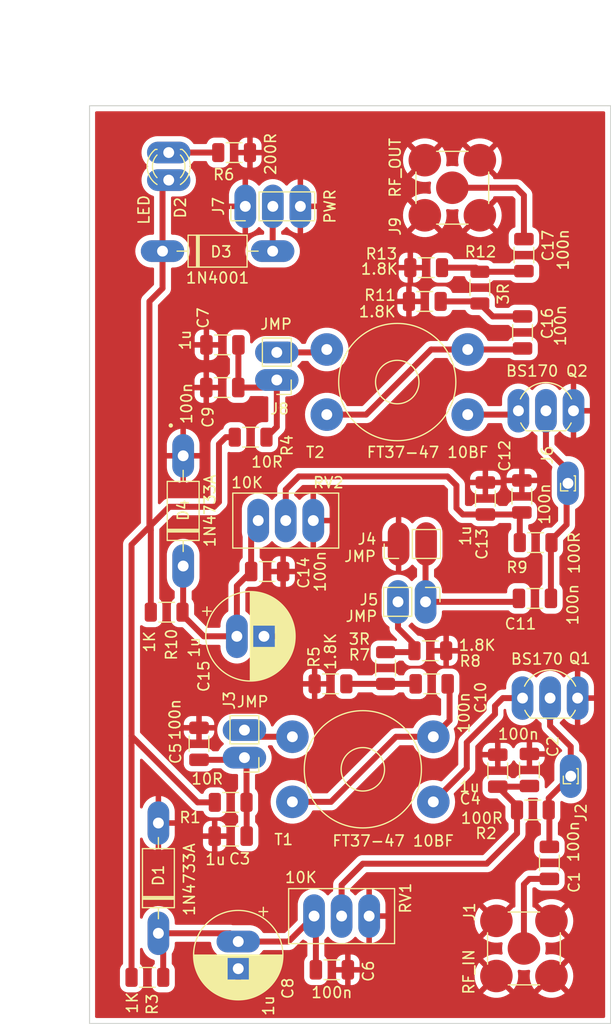
<source format=kicad_pcb>
(kicad_pcb (version 20211014) (generator pcbnew)
  (layers (0 "F.Cu" signal) (31 "B.Cu" signal) (34 "B.Paste" user) (35 "F.Paste" user) (36 "B.SilkS" user "B.Silkscreen") (37 "F.SilkS" user "F.Silkscreen") (38 "B.Mask" user) (39 "F.Mask" user) (44 "Edge.Cuts" user))
  (net 0 "")
  (net 1 "Net-(C1-Pad1)")
  (net 2 "Net-(C1-Pad2)")
  (net 3 "Net-(C2-Pad1)")
  (net 4 "Q1_12V")
  (net 5 "GND")
  (net 6 "Net-(C10-Pad1)")
  (net 7 "Net-(C16-Pad1)")
  (net 8 "Q2_12V")
  (net 9 "Net-(C10-Pad2)")
  (net 10 "Net-(C12-Pad1)")
  (net 11 "Net-(C14-Pad1)")
  (net 12 "Net-(C6-Pad1)")
  (net 13 "Net-(C11-Pad1)")
  (net 14 "Net-(C11-Pad2)")
  (net 15 "TX12V")
  (net 16 "Net-(C16-Pad2)")
  (net 17 "Net-(C17-Pad1)")
  (net 18 "Net-(C17-Pad2)")
  (net 19 "Net-(D2-Pad1)")
  (net 20 "Net-(D3-Pad2)")
  (net 21 "Net-(J3-Pad2)")
  (net 22 "Net-(J8-Pad2)")
  (net 23 "Net-(Q1-Pad1)")
  (net 24 "Net-(Q2-Pad1)")
  (net 25 "Net-(J5-Pad2)")
  (footprint "Diode_THT:D_DO-41_SOD81_P10.16mm_Horizontal" (layer "F.Cu") (at 79.492349 102.9335 90)
    (fp_text reference "D4" (at 5.1435 0 90) (layer "F.SilkS"))
    (fp_text value "1N4733A" (at 5.08 2.47 90) (layer "F.SilkS"))
    (pad "1" thru_hole oval (at 0 0 90) (size 4 2) (drill 1) (layers *.Cu *.Mask) (net 11 "Net-(C14-Pad1)"))
    (pad "2" thru_hole oval (at 10.16 0 90) (size 4 2) (drill 1) (layers *.Cu *.Mask) (net 5 "GND"))
  )
  (footprint "Resistor_SMD:R_1206_3216Metric" (layer "F.Cu") (at 76.190349 140.843)
    (fp_text reference "R3" (at 0.4445 2.4765 90) (layer "F.SilkS"))
    (fp_text value "1K" (at -1.397 2.3495 90) (layer "F.SilkS"))
    (pad "1" smd roundrect (at -1.4625 0) (size 1.125 1.75) (layers "F.Cu" "F.Paste" "F.Mask") (roundrect_rratio 0.2222222222) (net 15 "TX12V"))
    (pad "2" smd roundrect (at 1.4625 0) (size 1.125 1.75) (layers "F.Cu" "F.Paste" "F.Mask") (roundrect_rratio 0.2222222222) (net 12 "Net-(C6-Pad1)"))
  )
  (footprint "Diode_THT:D_DO-41_SOD81_P10.16mm_Horizontal" (layer "F.Cu") (at 77.587349 73.914)
    (fp_text reference "D3" (at 5.3975 0.0635) (layer "F.SilkS"))
    (fp_text value "1N4001" (at 5.08 2.47) (layer "F.SilkS"))
    (pad "1" thru_hole oval (at 0 0) (size 4 2) (drill 1) (layers *.Cu *.Mask) (net 15 "TX12V"))
    (pad "2" thru_hole oval (at 10.16 0) (size 4 2) (drill 1) (layers *.Cu *.Mask) (net 20 "Net-(D3-Pad2)"))
  )
  (footprint "Capacitor_SMD:C_1206_3216Metric" (layer "F.Cu") (at 111.432849 121.7295 90)
    (fp_text reference "C2" (at 2.159 2.159 90) (layer "F.SilkS"))
    (fp_text value "100n" (at 3.302 -1.016) (layer "F.SilkS"))
    (pad "1" smd roundrect (at -1.475 0 90) (size 1.15 1.8) (layers "F.Cu" "F.Paste" "F.Mask") (roundrect_rratio 0.2173913043) (net 3 "Net-(C2-Pad1)"))
    (pad "2" smd roundrect (at 1.475 0 90) (size 1.15 1.8) (layers "F.Cu" "F.Paste" "F.Mask") (roundrect_rratio 0.2173913043) (net 5 "GND"))
  )
  (footprint "Capacitor_SMD:C_1206_3216Metric" (layer "F.Cu") (at 110.734349 96.52 90)
    (fp_text reference "C12" (at 3.7465 -1.5875 90) (layer "F.SilkS"))
    (fp_text value "100n" (at -0.6985 2.0955 90) (layer "F.SilkS"))
    (pad "1" smd roundrect (at -1.475 0 90) (size 1.15 1.8) (layers "F.Cu" "F.Paste" "F.Mask") (roundrect_rratio 0.2173913043) (net 10 "Net-(C12-Pad1)"))
    (pad "2" smd roundrect (at 1.475 0 90) (size 1.15 1.8) (layers "F.Cu" "F.Paste" "F.Mask") (roundrect_rratio 0.2173913043) (net 5 "GND"))
  )
  (footprint "Potentiometer_THT:Potentiometer_Bourns_3296W_Vertical" (layer "F.Cu") (at 91.493849 98.7425)
    (fp_text reference "RV2" (at 1.397 -3.4925) (layer "F.SilkS"))
    (fp_text value "10K" (at -6.096 -3.4925) (layer "F.SilkS"))
    (pad "1" thru_hole oval (at 0 0) (size 2 4) (drill 1) (layers *.Cu *.Mask) (net 5 "GND"))
    (pad "2" thru_hole oval (at -2.54 0) (size 2 4) (drill 1) (layers *.Cu *.Mask) (net 10 "Net-(C12-Pad1)"))
    (pad "3" thru_hole oval (at -5.08 0) (size 2 4) (drill 1) (layers *.Cu *.Mask) (net 11 "Net-(C14-Pad1)"))
  )
  (footprint "Resistor_SMD:R_1206_3216Metric" (layer "F.Cu") (at 98.161349 112.3315 90)
    (fp_text reference "R7" (at 1.2065 -2.413) (layer "F.SilkS"))
    (fp_text value "3R" (at 2.667 -2.413) (layer "F.SilkS"))
    (pad "1" smd roundrect (at -1.4625 0 90) (size 1.125 1.75) (layers "F.Cu" "F.Paste" "F.Mask") (roundrect_rratio 0.2222222222) (net 6 "Net-(C10-Pad1)"))
    (pad "2" smd roundrect (at 1.4625 0 90) (size 1.125 1.75) (layers "F.Cu" "F.Paste" "F.Mask") (roundrect_rratio 0.2222222222) (net 25 "Net-(J5-Pad2)"))
  )
  (footprint "Capacitor_THT:CP_Radial_D8.0mm_P2.50mm" (layer "F.Cu") (at 84.572349 137.541 -90)
    (fp_text reference "C8" (at 4.318 -4.572 90) (layer "F.SilkS"))
    (fp_text value "1u" (at 5.9055 -2.794 90) (layer "F.SilkS"))
    (pad "1" thru_hole oval (at 0 0 270) (size 2 4) (drill 1) (layers *.Cu *.Mask) (net 12 "Net-(C6-Pad1)"))
    (pad "2" thru_hole oval (at 2.5 0 270) (size 2 4) (drill 1) (layers *.Cu *.Mask) (net 5 "GND"))
  )
  (footprint "Resistor_SMD:R_1206_3216Metric" (layer "F.Cu") (at 85.713349 91.059)
    (fp_text reference "R4" (at 3.3675 0.762 90) (layer "F.SilkS"))
    (fp_text value "10R" (at 1.526 2.286) (layer "F.SilkS"))
    (pad "1" smd roundrect (at -1.4625 0) (size 1.125 1.75) (layers "F.Cu" "F.Paste" "F.Mask") (roundrect_rratio 0.2222222222) (net 15 "TX12V"))
    (pad "2" smd roundrect (at 1.4625 0) (size 1.125 1.75) (layers "F.Cu" "F.Paste" "F.Mask") (roundrect_rratio 0.2222222222) (net 8 "Q2_12V"))
  )
  (footprint "Diode_THT:D_DO-41_SOD81_P10.16mm_Horizontal" (layer "F.Cu") (at 77.206349 136.779 90)
    (fp_text reference "D1" (at 5.334 0 90) (layer "F.SilkS"))
    (fp_text value "1N4733A" (at 4.953 2.8575 90) (layer "F.SilkS"))
    (pad "1" thru_hole oval (at 0 0 90) (size 4 2) (drill 1) (layers *.Cu *.Mask) (net 12 "Net-(C6-Pad1)"))
    (pad "2" thru_hole oval (at 10.16 0 90) (size 4 2) (drill 1) (layers *.Cu *.Mask) (net 5 "GND"))
  )
  (footprint "Connector_PinHeader_1.00mm:PinHeader_1x01_P1.00mm_Vertical" (layer "F.Cu") (at 115.242849 122.301 90)
    (fp_text reference "J2" (at -3.3655 0.9525 90) (layer "F.SilkS"))
    (fp_text value "Conn_01x01" hide)
    (pad "1" thru_hole oval (at 0 0 90) (size 4 2) (drill 1) (layers *.Cu *.Mask) (net 2 "Net-(C1-Pad2)"))
  )
  (footprint "Resistor_SMD:R_1206_3216Metric" (layer "F.Cu") (at 112.004349 100.7745)
    (fp_text reference "R9" (at -1.7145 2.286) (layer "F.SilkS"))
    (fp_text value "100R" (at 3.556 0.9525 90) (layer "F.SilkS"))
    (pad "1" smd roundrect (at -1.4625 0) (size 1.125 1.75) (layers "F.Cu" "F.Paste" "F.Mask") (roundrect_rratio 0.2222222222) (net 10 "Net-(C12-Pad1)"))
    (pad "2" smd roundrect (at 1.4625 0) (size 1.125 1.75) (layers "F.Cu" "F.Paste" "F.Mask") (roundrect_rratio 0.2222222222) (net 13 "Net-(C11-Pad1)"))
  )
  (footprint "Connector_Coaxial:SMA_Amphenol_901-144_Vertical" (layer "F.Cu") (at 110.924849 138.176 90)
    (fp_text reference "J1" (at 3.3655 -5.0165 90) (layer "F.SilkS"))
    (fp_text value "RF_IN" (at -2.159 -5.08 90) (layer "F.SilkS"))
    (pad "1" smd circle (at 0 0 90) (size 3 3) (layers "F.Cu" "F.Paste" "F.Mask") (net 1 "Net-(C1-Pad1)"))
    (pad "2" smd circle (at 2.54 2.54 90) (size 3 3) (layers "F.Cu" "F.Paste" "F.Mask") (net 5 "GND"))
    (pad "2" smd circle (at 2.54 -2.54 90) (size 3 3) (layers "F.Cu" "F.Paste" "F.Mask") (net 5 "GND"))
    (pad "2" smd circle (at -2.54 -2.54 90) (size 3 3) (layers "F.Cu" "F.Paste" "F.Mask") (net 5 "GND"))
    (pad "2" smd circle (at -2.54 2.54 90) (size 3 3) (layers "F.Cu" "F.Paste" "F.Mask") (net 5 "GND"))
  )
  (footprint "Capacitor_SMD:C_1206_3216Metric" (layer "F.Cu") (at 102.415849 113.792)
    (fp_text reference "C10" (at 4.5085 1.27 90) (layer "F.SilkS"))
    (fp_text value "100n" (at 2.9845 2.667 90) (layer "F.SilkS"))
    (pad "1" smd roundrect (at -1.475 0) (size 1.15 1.8) (layers "F.Cu" "F.Paste" "F.Mask") (roundrect_rratio 0.2173913043) (net 6 "Net-(C10-Pad1)"))
    (pad "2" smd roundrect (at 1.475 0) (size 1.15 1.8) (layers "F.Cu" "F.Paste" "F.Mask") (roundrect_rratio 0.2173913043) (net 9 "Net-(C10-Pad2)"))
  )
  (footprint "Transformer_THT:Transformer_Toroid_Horizontal_D10.5mm_Amidon-T37" (layer "F.Cu") (at 92.740849 88.979)
    (fp_text reference "T2" (at -1.0565 3.477) (layer "F.SilkS"))
    (fp_text value "FT37-47 10BF" (at 9.294 3.477) (layer "F.SilkS"))
    (pad "1" thru_hole circle (at 0 0) (size 3 3) (drill 1) (layers *.Cu *.Mask) (net 16 "Net-(C16-Pad2)"))
    (pad "2" thru_hole circle (at 13 0) (size 3 3) (drill 1) (layers *.Cu *.Mask) (net 24 "Net-(Q2-Pad1)"))
    (pad "3" thru_hole circle (at 0 -6) (size 3 3) (drill 1) (layers *.Cu *.Mask) (net 22 "Net-(J8-Pad2)"))
    (pad "4" thru_hole circle (at 13 -6) (size 3 3) (drill 1) (layers *.Cu *.Mask) (net 16 "Net-(C16-Pad2)"))
  )
  (footprint "Capacitor_SMD:C_1206_3216Metric" (layer "F.Cu") (at 83.111849 82.55 180)
    (fp_text reference "C7" (at 1.778 2.4765 90) (layer "F.SilkS"))
    (fp_text value "1u" (at 3.429 0.4445 90) (layer "F.SilkS"))
    (pad "1" smd roundrect (at -1.475 0 180) (size 1.15 1.8) (layers "F.Cu" "F.Paste" "F.Mask") (roundrect_rratio 0.2173913043) (net 8 "Q2_12V"))
    (pad "2" smd roundrect (at 1.475 0 180) (size 1.15 1.8) (layers "F.Cu" "F.Paste" "F.Mask") (roundrect_rratio 0.2173913043) (net 5 "GND"))
  )
  (footprint "Capacitor_SMD:C_1206_3216Metric" (layer "F.Cu") (at 110.924849 74.2805 -90)
    (fp_text reference "C17" (at -0.8745 -2.2225 90) (layer "F.SilkS"))
    (fp_text value "100n" (at -0.4935 -3.6195 90) (layer "F.SilkS"))
    (pad "1" smd roundrect (at -1.475 0 270) (size 1.15 1.8) (layers "F.Cu" "F.Paste" "F.Mask") (roundrect_rratio 0.2173913043) (net 17 "Net-(C17-Pad1)"))
    (pad "2" smd roundrect (at 1.475 0 270) (size 1.15 1.8) (layers "F.Cu" "F.Paste" "F.Mask") (roundrect_rratio 0.2173913043) (net 18 "Net-(C17-Pad2)"))
  )
  (footprint "LED_THT:LED_D3.0mm" (layer "F.Cu") (at 78.158849 64.8285 -90)
    (fp_text reference "D2" (at 5.085 -1.0795 90) (layer "F.SilkS"))
    (fp_text value "LED" (at 5.2755 2.286 90) (layer "F.SilkS"))
    (pad "1" thru_hole oval (at 0 0 270) (size 2 4) (drill 1) (layers *.Cu *.Mask) (net 19 "Net-(D2-Pad1)"))
    (pad "2" thru_hole oval (at 2.54 0 270) (size 2 4) (drill 1) (layers *.Cu *.Mask) (net 15 "TX12V"))
  )
  (footprint "Potentiometer_THT:Potentiometer_Bourns_3296W_Vertical" (layer "F.Cu") (at 96.647349 135.1915)
    (fp_text reference "RV1" (at 3.3555 -1.651 90) (layer "F.SilkS"))
    (fp_text value "10K" (at -6.2965 -3.556) (layer "F.SilkS"))
    (pad "1" thru_hole oval (at 0 0) (size 2 4) (drill 1) (layers *.Cu *.Mask) (net 5 "GND"))
    (pad "2" thru_hole oval (at -2.54 0) (size 2 4) (drill 1) (layers *.Cu *.Mask) (net 3 "Net-(C2-Pad1)"))
    (pad "3" thru_hole oval (at -5.08 0) (size 2 4) (drill 1) (layers *.Cu *.Mask) (net 12 "Net-(C6-Pad1)"))
  )
  (footprint "Capacitor_SMD:C_1206_3216Metric" (layer "F.Cu") (at 83.097349 86.487 180)
    (fp_text reference "C9" (at 1.319 -2.7305 90) (layer "F.SilkS"))
    (fp_text value "100n" (at 3.2875 -1.4605 90) (layer "F.SilkS"))
    (pad "1" smd roundrect (at -1.475 0 180) (size 1.15 1.8) (layers "F.Cu" "F.Paste" "F.Mask") (roundrect_rratio 0.2173913043) (net 8 "Q2_12V"))
    (pad "2" smd roundrect (at 1.475 0 180) (size 1.15 1.8) (layers "F.Cu" "F.Paste" "F.Mask") (roundrect_rratio 0.2173913043) (net 5 "GND"))
  )
  (footprint "Resistor_SMD:R_1206_3216Metric" (layer "F.Cu") (at 83.873849 124.714)
    (fp_text reference "R1" (at -3.7465 1.397) (layer "F.SilkS"))
    (fp_text value "10R" (at -2.159 -2.159) (layer "F.SilkS"))
    (pad "1" smd roundrect (at -1.4625 0) (size 1.125 1.75) (layers "F.Cu" "F.Paste" "F.Mask") (roundrect_rratio 0.2222222222) (net 15 "TX12V"))
    (pad "2" smd roundrect (at 1.4625 0) (size 1.125 1.75) (layers "F.Cu" "F.Paste" "F.Mask") (roundrect_rratio 0.2222222222) (net 4 "Q1_12V"))
  )
  (footprint "Capacitor_SMD:C_1206_3216Metric" (layer "F.Cu") (at 80.952849 119.3165 90)
    (fp_text reference "C5" (at -0.889 -2.159 90) (layer "F.SilkS"))
    (fp_text value "100n" (at 2.2225 -2.2225 90) (layer "F.SilkS"))
    (pad "1" smd roundrect (at -1.475 0 90) (size 1.15 1.8) (layers "F.Cu" "F.Paste" "F.Mask") (roundrect_rratio 0.2173913043) (net 4 "Q1_12V"))
    (pad "2" smd roundrect (at 1.475 0 90) (size 1.15 1.8) (layers "F.Cu" "F.Paste" "F.Mask") (roundrect_rratio 0.2173913043) (net 5 "GND"))
  )
  (footprint "Capacitor_SMD:C_1206_3216Metric" (layer "F.Cu") (at 93.208349 140.1445)
    (fp_text reference "C6" (at 3.3655 0.127 90) (layer "F.SilkS"))
    (fp_text value "100n" (at 0 2.0955) (layer "F.SilkS"))
    (pad "1" smd roundrect (at -1.475 0) (size 1.15 1.8) (layers "F.Cu" "F.Paste" "F.Mask") (roundrect_rratio 0.2173913043) (net 12 "Net-(C6-Pad1)"))
    (pad "2" smd roundrect (at 1.475 0) (size 1.15 1.8) (layers "F.Cu" "F.Paste" "F.Mask") (roundrect_rratio 0.2173913043) (net 5 "GND"))
  )
  (footprint "Resistor_SMD:R_1206_3216Metric" (layer "F.Cu") (at 101.780849 78.5495)
    (fp_text reference "R11" (at -4.1275 -0.5715) (layer "F.SilkS"))
    (fp_text value "1.8K" (at -4.3815 0.9525) (layer "F.SilkS"))
    (pad "1" smd roundrect (at -1.4625 0) (size 1.125 1.75) (layers "F.Cu" "F.Paste" "F.Mask") (roundrect_rratio 0.2222222222) (net 5 "GND"))
    (pad "2" smd roundrect (at 1.4625 0) (size 1.125 1.75) (layers "F.Cu" "F.Paste" "F.Mask") (roundrect_rratio 0.2222222222) (net 7 "Net-(C16-Pad1)"))
  )
  (footprint "Capacitor_SMD:C_1206_3216Metric" (layer "F.Cu") (at 111.940849 105.918 180)
    (fp_text reference "C11" (at 1.3335 -2.3495) (layer "F.SilkS"))
    (fp_text value "100n" (at -3.4925 -0.5715 90) (layer "F.SilkS"))
    (pad "1" smd roundrect (at -1.475 0 180) (size 1.15 1.8) (layers "F.Cu" "F.Paste" "F.Mask") (roundrect_rratio 0.2173913043) (net 13 "Net-(C11-Pad1)"))
    (pad "2" smd roundrect (at 1.475 0 180) (size 1.15 1.8) (layers "F.Cu" "F.Paste" "F.Mask") (roundrect_rratio 0.2173913043) (net 14 "Net-(C11-Pad2)"))
  )
  (footprint "Capacitor_SMD:C_1206_3216Metric" (layer "F.Cu") (at 110.797849 81.407 -90)
    (fp_text reference "C16" (at -0.8255 -2.286 90) (layer "F.SilkS"))
    (fp_text value "100n" (at -0.635 -3.4925 90) (layer "F.SilkS"))
    (pad "1" smd roundrect (at -1.475 0 270) (size 1.15 1.8) (layers "F.Cu" "F.Paste" "F.Mask") (roundrect_rratio 0.2173913043) (net 7 "Net-(C16-Pad1)"))
    (pad "2" smd roundrect (at 1.475 0 270) (size 1.15 1.8) (layers "F.Cu" "F.Paste" "F.Mask") (roundrect_rratio 0.2173913043) (net 16 "Net-(C16-Pad2)"))
  )
  (footprint "Connector_PinHeader_2.54mm:PinHeader_1x03_P2.54mm_Vertical" (layer "F.Cu") (at 85.222349 69.7865 90)
    (fp_text reference "J7" (at 0 -2.4765 90) (layer "F.SilkS"))
    (fp_text value "PWR" (at 0 7.8105 90) (layer "F.SilkS"))
    (pad "1" thru_hole oval (at 0 0 90) (size 4 2) (drill 1) (layers *.Cu *.Mask) (net 5 "GND"))
    (pad "2" thru_hole oval (at 0 2.54 90) (size 4 2) (drill 1) (layers *.Cu *.Mask) (net 20 "Net-(D3-Pad2)"))
    (pad "3" thru_hole oval (at 0 5.08 90) (size 4 2) (drill 1) (layers *.Cu *.Mask) (net 5 "GND"))
  )
  (footprint "Resistor_SMD:R_1206_3216Metric" (layer "F.Cu") (at 77.968349 107.188)
    (fp_text reference "R10" (at 0.4445 2.9845 90) (layer "F.SilkS"))
    (fp_text value "1K" (at -1.5875 2.7305 90) (layer "F.SilkS"))
    (pad "1" smd roundrect (at -1.4625 0) (size 1.125 1.75) (layers "F.Cu" "F.Paste" "F.Mask") (roundrect_rratio 0.2222222222) (net 15 "TX12V"))
    (pad "2" smd roundrect (at 1.4625 0) (size 1.125 1.75) (layers "F.Cu" "F.Paste" "F.Mask") (roundrect_rratio 0.2222222222) (net 11 "Net-(C14-Pad1)"))
  )
  (footprint "Resistor_SMD:R_1206_3216Metric" (layer "F.Cu") (at 106.860849 77.2775 90)
    (fp_text reference "R12" (at 3.3 0.0635) (layer "F.SilkS"))
    (fp_text value "3R" (at -0.5735 2.159 90) (layer "F.SilkS"))
    (pad "1" smd roundrect (at -1.4625 0 90) (size 1.125 1.75) (layers "F.Cu" "F.Paste" "F.Mask") (roundrect_rratio 0.2222222222) (net 7 "Net-(C16-Pad1)"))
    (pad "2" smd roundrect (at 1.4625 0 90) (size 1.125 1.75) (layers "F.Cu" "F.Paste" "F.Mask") (roundrect_rratio 0.2222222222) (net 18 "Net-(C17-Pad2)"))
  )
  (footprint "Package_TO_SOT_THT:TO-92_Inline_Wide" (layer "F.Cu") (at 110.797849 115.1045)
    (fp_text reference "Q1" (at 5.2705 -3.662) (layer "F.SilkS"))
    (fp_text value "BS170" (at 1.3335 -3.5985) (layer "F.SilkS"))
    (pad "1" thru_hole oval (at 0 0) (size 2 4) (drill 1) (layers *.Cu *.Mask) (net 23 "Net-(Q1-Pad1)"))
    (pad "2" thru_hole oval (at 2.54 0) (size 2 4) (drill 1) (layers *.Cu *.Mask) (net 2 "Net-(C1-Pad2)"))
    (pad "3" thru_hole oval (at 5.08 0) (size 2 4) (drill 1) (layers *.Cu *.Mask) (net 5 "GND"))
  )
  (footprint "Resistor_SMD:R_1206_3216Metric" (layer "F.Cu") (at 84.191349 64.8335)
    (fp_text reference "R6" (at -0.9525 2.032) (layer "F.SilkS"))
    (fp_text value "200R" (at 3.3655 0.127 90) (layer "F.SilkS"))
    (pad "1" smd roundrect (at -1.4625 0) (size 1.125 1.75) (layers "F.Cu" "F.Paste" "F.Mask") (roundrect_rratio 0.2222222222) (net 19 "Net-(D2-Pad1)"))
    (pad "2" smd roundrect (at 1.4625 0) (size 1.125 1.75) (layers "F.Cu" "F.Paste" "F.Mask") (roundrect_rratio 0.2222222222) (net 5 "GND"))
  )
  (footprint "Capacitor_SMD:C_1206_3216Metric" (layer "F.Cu") (at 83.873849 127.8255 180)
    (fp_text reference "C3" (at -0.8255 -2.0955) (layer "F.SilkS"))
    (fp_text value "1u" (at 1.397 -2.159) (layer "F.SilkS"))
    (pad "1" smd roundrect (at -1.475 0 180) (size 1.15 1.8) (layers "F.Cu" "F.Paste" "F.Mask") (roundrect_rratio 0.2173913043) (net 4 "Q1_12V"))
    (pad "2" smd roundrect (at 1.475 0 180) (size 1.15 1.8) (layers "F.Cu" "F.Paste" "F.Mask") (roundrect_rratio 0.2173913043) (net 5 "GND"))
  )
  (footprint "Capacitor_SMD:C_1206_3216Metric" (layer "F.Cu") (at 108.511849 121.793 90)
    (fp_text reference "C4" (at -2.6035 -2.54) (layer "F.SilkS"))
    (fp_text value "1u" (at -1.4605 -2.6035) (layer "F.SilkS"))
    (pad "1" smd roundrect (at -1.475 0 90) (size 1.15 1.8) (layers "F.Cu" "F.Paste" "F.Mask") (roundrect_rratio 0.2173913043) (net 3 "Net-(C2-Pad1)"))
    (pad "2" smd roundrect (at 1.475 0 90) (size 1.15 1.8) (layers "F.Cu" "F.Paste" "F.Mask") (roundrect_rratio 0.2173913043) (net 5 "GND"))
  )
  (footprint "Connector_PinHeader_2.54mm:PinHeader_1x02_P2.54mm_Vertical" (layer "F.Cu") (at 99.362849 100.9015 90)
    (fp_text reference "J4" (at 0.4445 -2.916) (layer "F.SilkS"))
    (fp_text value "JMP" (at -1.143 -3.551) (layer "F.SilkS"))
    (pad "1" smd oval (at 0 0 90) (size 4 2) (layers "F.Cu" "F.Paste" "F.Mask") (net 5 "GND"))
    (pad "2" smd oval (at 0 2.54 90) (size 4 2) (layers "F.Cu" "F.Paste" "F.Mask") (net 14 "Net-(C11-Pad2)"))
  )
  (footprint "Connector_PinHeader_1.00mm:PinHeader_1x01_P1.00mm_Vertical" (layer "F.Cu") (at 114.988849 95.3135 90)
    (fp_text reference "J6" (at 2.6035 -1.905 90) (layer "F.SilkS"))
    (fp_text value "Conn_01x01" hide)
    (pad "1" thru_hole oval (at 0 0 90) (size 4 2) (drill 1) (layers *.Cu *.Mask) (net 13 "Net-(C11-Pad1)"))
  )
  (footprint "Package_TO_SOT_THT:TO-92_Inline_Wide" (layer "F.Cu") (at 110.416849 88.625)
    (fp_text reference "Q2" (at 5.3975 -3.662) (layer "F.SilkS"))
    (fp_text value "BS170" (at 1.27 -3.662) (layer "F.SilkS"))
    (pad "1" thru_hole oval (at 0 0) (size 2 4) (drill 1) (layers *.Cu *.Mask) (net 24 "Net-(Q2-Pad1)"))
    (pad "2" thru_hole oval (at 2.54 0) (size 2 4) (drill 1) (layers *.Cu *.Mask) (net 13 "Net-(C11-Pad1)"))
    (pad "3" thru_hole oval (at 5.08 0) (size 2 4) (drill 1) (layers *.Cu *.Mask) (net 5 "GND"))
  )
  (footprint "Connector_PinHeader_2.54mm:PinHeader_1x02_P2.54mm_Vertical" (layer "F.Cu") (at 88.128349 85.7885 180)
    (fp_text reference "J8" (at -0.254 -2.667) (layer "F.SilkS"))
    (fp_text value "JMP" (at 0.0635 5.1435) (layer "F.SilkS"))
    (pad "1" thru_hole oval (at 0 0 180) (size 4 2) (drill 1) (layers *.Cu *.Mask) (net 8 "Q2_12V"))
    (pad "2" thru_hole oval (at 0 2.54 180) (size 4 2) (drill 1) (layers *.Cu *.Mask) (net 22 "Net-(J8-Pad2)"))
  )
  (footprint "Resistor_SMD:R_1206_3216Metric" (layer "F.Cu") (at 102.288849 110.744 180)
    (fp_text reference "R8" (at -3.683 -0.9525) (layer "F.SilkS"))
    (fp_text value "1.8K" (at -4.318 0.508) (layer "F.SilkS"))
    (pad "1" smd roundrect (at -1.4625 0 180) (size 1.125 1.75) (layers "F.Cu" "F.Paste" "F.Mask") (roundrect_rratio 0.2222222222) (net 5 "GND"))
    (pad "2" smd roundrect (at 1.4625 0 180) (size 1.125 1.75) (layers "F.Cu" "F.Paste" "F.Mask") (roundrect_rratio 0.2222222222) (net 25 "Net-(J5-Pad2)"))
  )
  (footprint "Capacitor_THT:CP_Radial_D8.0mm_P2.50mm" (layer "F.Cu") (at 84.445349 109.4105)
    (fp_text reference "C15" (at -3.048 3.683 90) (layer "F.SilkS"))
    (fp_text value "1u" (at -3.937 1.016 90) (layer "F.SilkS"))
    (pad "1" thru_hole oval (at 0 0) (size 2 4) (drill 1) (layers *.Cu *.Mask) (net 11 "Net-(C14-Pad1)"))
    (pad "2" thru_hole oval (at 2.5 0) (size 2 4) (drill 1) (layers *.Cu *.Mask) (net 5 "GND"))
  )
  (footprint "Resistor_SMD:R_1206_3216Metric" (layer "F.Cu") (at 93.081349 113.792)
    (fp_text reference "R5" (at -1.524 -2.4765 90) (layer "F.SilkS"))
    (fp_text value "1.8K" (at 0 -2.9845 90) (layer "F.SilkS"))
    (pad "1" smd roundrect (at -1.4625 0) (size 1.125 1.75) (layers "F.Cu" "F.Paste" "F.Mask") (roundrect_rratio 0.2222222222) (net 5 "GND"))
    (pad "2" smd roundrect (at 1.4625 0) (size 1.125 1.75) (layers "F.Cu" "F.Paste" "F.Mask") (roundrect_rratio 0.2222222222) (net 6 "Net-(C10-Pad1)"))
  )
  (footprint "Capacitor_SMD:C_1206_3216Metric" (layer "F.Cu") (at 107.368849 96.7105 90)
    (fp_text reference "C13" (at -4.191 -0.3175 90) (layer "F.SilkS"))
    (fp_text value "1u" (at -3.429 -1.8415 90) (layer "F.SilkS"))
    (pad "1" smd roundrect (at -1.475 0 90) (size 1.15 1.8) (layers "F.Cu" "F.Paste" "F.Mask") (roundrect_rratio 0.2173913043) (net 10 "Net-(C12-Pad1)"))
    (pad "2" smd roundrect (at 1.475 0 90) (size 1.15 1.8) (layers "F.Cu" "F.Paste" "F.Mask") (roundrect_rratio 0.2173913043) (net 5 "GND"))
  )
  (footprint "Capacitor_SMD:C_1206_3216Metric" (layer "F.Cu") (at 113.274349 130.2875 90)
    (fp_text reference "C1" (at -1.7925 2.286 90) (layer "F.SilkS"))
    (fp_text value "100n" (at 1.954 2.2225 90) (layer "F.SilkS"))
    (pad "1" smd roundrect (at -1.475 0 90) (size 1.15 1.8) (layers "F.Cu" "F.Paste" "F.Mask") (roundrect_rratio 0.2173913043) (net 1 "Net-(C1-Pad1)"))
    (pad "2" smd roundrect (at 1.475 0 90) (size 1.15 1.8) (layers "F.Cu" "F.Paste" "F.Mask") (roundrect_rratio 0.2173913043) (net 2 "Net-(C1-Pad2)"))
  )
  (footprint "Connector_Coaxial:SMA_Amphenol_901-144_Vertical" (layer "F.Cu") (at 104.320849 68.072 90)
    (fp_text reference "J9" (at -3.556 -5.2705 90) (layer "F.SilkS"))
    (fp_text value "RF_OUT" (at 1.8415 -5.2705 90) (layer "F.SilkS"))
    (pad "1" smd circle (at 0 0 90) (size 3 3) (layers "F.Cu" "F.Paste" "F.Mask") (net 17 "Net-(C17-Pad1)"))
    (pad "2" smd circle (at 2.54 -2.54 90) (size 3 3) (layers "F.Cu" "F.Paste" "F.Mask") (net 5 "GND"))
    (pad "2" smd circle (at -2.54 -2.54 90) (size 3 3) (layers "F.Cu" "F.Paste" "F.Mask") (net 5 "GND"))
    (pad "2" smd circle (at -2.54 2.54 90) (size 3 3) (layers "F.Cu" "F.Paste" "F.Mask") (net 5 "GND"))
    (pad "2" smd circle (at 2.54 2.54 90) (size 3 3) (layers "F.Cu" "F.Paste" "F.Mask") (net 5 "GND"))
  )
  (footprint "Capacitor_SMD:C_1206_3216Metric" (layer "F.Cu") (at 87.239349 103.4415)
    (fp_text reference "C14" (at 3.3655 0.127 90) (layer "F.SilkS"))
    (fp_text value "100n" (at 4.8895 0 90) (layer "F.SilkS"))
    (pad "1" smd roundrect (at -1.475 0) (size 1.15 1.8) (layers "F.Cu" "F.Paste" "F.Mask") (roundrect_rratio 0.2173913043) (net 11 "Net-(C14-Pad1)"))
    (pad "2" smd roundrect (at 1.475 0) (size 1.15 1.8) (layers "F.Cu" "F.Paste" "F.Mask") (roundrect_rratio 0.2173913043) (net 5 "GND"))
  )
  (footprint "Resistor_SMD:R_1206_3216Metric" (layer "F.Cu") (at 111.750349 125.4125)
    (fp_text reference "R2" (at -4.318 2.159) (layer "F.SilkS"))
    (fp_text value "100R" (at -4.699 0.762) (layer "F.SilkS"))
    (pad "1" smd roundrect (at -1.4625 0) (size 1.125 1.75) (layers "F.Cu" "F.Paste" "F.Mask") (roundrect_rratio 0.2222222222) (net 3 "Net-(C2-Pad1)"))
    (pad "2" smd roundrect (at 1.4625 0) (size 1.125 1.75) (layers "F.Cu" "F.Paste" "F.Mask") (roundrect_rratio 0.2222222222) (net 2 "Net-(C1-Pad2)"))
  )
  (footprint "Transformer_THT:Transformer_Toroid_Horizontal_D10.5mm_Amidon-T37" (layer "F.Cu") (at 89.565849 124.666)
    (fp_text reference "T1" (at -0.8025 3.477) (layer "F.SilkS"))
    (fp_text value "FT37-47 10BF" (at 9.294 3.604) (layer "F.SilkS"))
    (pad "1" thru_hole circle (at 0 0) (size 3 3) (drill 1) (layers *.Cu *.Mask) (net 9 "Net-(C10-Pad2)"))
    (pad "2" thru_hole circle (at 13 0) (size 3 3) (drill 1) (layers *.Cu *.Mask) (net 23 "Net-(Q1-Pad1)"))
    (pad "3" thru_hole circle (at 0 -6) (size 3 3) (drill 1) (layers *.Cu *.Mask) (net 21 "Net-(J3-Pad2)"))
    (pad "4" thru_hole circle (at 13 -6) (size 3 3) (drill 1) (layers *.Cu *.Mask) (net 9 "Net-(C10-Pad2)"))
  )
  (footprint "Resistor_SMD:R_1206_3216Metric" (layer "F.Cu") (at 101.907849 75.438)
    (fp_text reference "R13" (at -4.1275 -1.27) (layer "F.SilkS"))
    (fp_text value "1.8K" (at -4.318 0.127) (layer "F.SilkS"))
    (pad "1" smd roundrect (at -1.4625 0) (size 1.125 1.75) (layers "F.Cu" "F.Paste" "F.Mask") (roundrect_rratio 0.2222222222) (net 5 "GND"))
    (pad "2" smd roundrect (at 1.4625 0) (size 1.125 1.75) (layers "F.Cu" "F.Paste" "F.Mask") (roundrect_rratio 0.2222222222) (net 18 "Net-(C17-Pad2)"))
  )
  (footprint "Connector_PinHeader_2.54mm:PinHeader_1x02_P2.54mm_Vertical" (layer "F.Cu") (at 85.143849 120.5915 180)
    (fp_text reference "J3" (at 1.397 5.2755 90) (layer "F.SilkS"))
    (fp_text value "JMP" (at -0.762 5.1485) (layer "F.SilkS"))
    (pad "1" thru_hole oval (at 0 0 180) (size 4 2) (drill 1) (layers *.Cu *.Mask) (net 4 "Q1_12V"))
    (pad "2" thru_hole oval (at 0 2.54 180) (size 4 2) (drill 1) (layers *.Cu *.Mask) (net 21 "Net-(J3-Pad2)"))
  )
  (footprint "Connector_PinHeader_2.54mm:PinHeader_1x02_P2.54mm_Vertical" (layer "F.Cu") (at 101.849349 106.2355 -90)
    (fp_text reference "J5" (at -0.1905 5.212) (layer "F.SilkS"))
    (fp_text value "JMP" (at 1.3335 5.9105) (layer "F.SilkS"))
    (pad "1" thru_hole oval (at 0 0 270) (size 4 2) (drill 1) (layers *.Cu *.Mask) (net 14 "Net-(C11-Pad2)"))
    (pad "2" thru_hole oval (at 0 2.54 270) (size 4 2) (drill 1) (layers *.Cu *.Mask) (net 25 "Net-(J5-Pad2)"))
  )
  (gr_circle (center 78.349349 89.9795) (end 78.349349 89.9795) (layer "F.SilkS") (width 0.2) (fill none))
  (gr_rect (start 70.856349 145.0975) (end 118.925849 60.5155) (layer "Edge.Cuts") (width 0.1) (fill none))
  (segment (start 110.924849 132.2705) (end 111.432849 131.7625) (width 0.55) (layer "F.Cu") (net 1))
  (segment (start 111.432849 131.7625) (end 113.274349 131.7625) (width 0.55) (layer "F.Cu") (net 1))
  (segment (start 110.924849 138.176) (end 110.924849 132.2705) (width 0.55) (layer "F.Cu") (net 1))
  (segment (start 113.212849 124.331) (end 115.242849 122.301) (width 0.55) (layer "F.Cu") (net 2))
  (segment (start 113.274349 128.8125) (end 113.274349 125.474) (width 0.55) (layer "F.Cu") (net 2))
  (segment (start 115.242849 122.301) (end 115.242849 119.5705) (width 0.55) (layer "F.Cu") (net 2))
  (segment (start 113.212849 125.4125) (end 113.212849 124.331) (width 0.55) (layer "F.Cu") (net 2))
  (segment (start 113.337849 117.6655) (end 113.337849 115.1045) (width 0.55) (layer "F.Cu") (net 2))
  (segment (start 113.274349 125.474) (end 113.212849 125.4125) (width 0.55) (layer "F.Cu") (net 2))
  (segment (start 115.242849 119.5705) (end 113.337849 117.6655) (width 0.55) (layer "F.Cu") (net 2))
  (segment (start 110.287849 127.5735) (end 110.287849 125.4125) (width 0.55) (layer "F.Cu") (net 3))
  (segment (start 111.369349 123.268) (end 111.432849 123.2045) (width 0.55) (layer "F.Cu") (net 3))
  (segment (start 96.065849 130.3655) (end 107.495849 130.3655) (width 0.55) (layer "F.Cu") (net 3))
  (segment (start 107.495849 130.3655) (end 110.287849 127.5735) (width 0.55) (layer "F.Cu") (net 3))
  (segment (start 108.511849 123.268) (end 111.369349 123.268) (width 0.55) (layer "F.Cu") (net 3))
  (segment (start 110.287849 125.044) (end 108.511849 123.268) (width 0.55) (layer "F.Cu") (net 3))
  (segment (start 110.287849 125.4125) (end 110.287849 125.044) (width 0.55) (layer "F.Cu") (net 3))
  (segment (start 94.107349 132.324) (end 96.065849 130.3655) (width 0.55) (layer "F.Cu") (net 3))
  (segment (start 94.107349 135.1915) (end 94.107349 132.324) (width 0.55) (layer "F.Cu") (net 3))
  (segment (start 85.336349 120.784) (end 85.143849 120.5915) (width 0.55) (layer "F.Cu") (net 4))
  (segment (start 85.348849 127.8255) (end 85.348849 124.7265) (width 0.55) (layer "F.Cu") (net 4))
  (segment (start 85.348849 124.7265) (end 85.336349 124.714) (width 0.55) (layer "F.Cu") (net 4))
  (segment (start 85.336349 124.714) (end 85.336349 120.784) (width 0.55) (layer "F.Cu") (net 4))
  (segment (start 84.943849 120.7915) (end 85.143849 120.5915) (width 0.55) (layer "F.Cu") (net 4))
  (segment (start 80.952849 120.7915) (end 84.943849 120.7915) (width 0.55) (layer "F.Cu") (net 4))
  (segment (start 99.309349 100.955) (end 99.362849 100.9015) (width 0.55) (layer "F.Cu") (net 5))
  (segment (start 100.940849 113.792) (end 98.163349 113.792) (width 0.55) (layer "F.Cu") (net 6))
  (segment (start 98.163349 113.792) (end 98.161349 113.794) (width 0.55) (layer "F.Cu") (net 6))
  (segment (start 98.159349 113.792) (end 98.161349 113.794) (width 0.55) (layer "F.Cu") (net 6))
  (segment (start 94.543849 113.792) (end 98.159349 113.792) (width 0.55) (layer "F.Cu") (net 6))
  (segment (start 108.052849 79.932) (end 106.860849 78.74) (width 0.55) (layer "F.Cu") (net 7))
  (segment (start 103.243349 78.5495) (end 106.670349 78.5495) (width 0.55) (layer "F.Cu") (net 7))
  (segment (start 110.797849 79.932) (end 108.052849 79.932) (width 0.55) (layer "F.Cu") (net 7))
  (segment (start 106.670349 78.5495) (end 106.860849 78.74) (width 0.55) (layer "F.Cu") (net 7))
  (segment (start 87.175849 91.059) (end 88.128349 90.1065) (width 0.55) (layer "F.Cu") (net 8))
  (segment (start 88.128349 90.1065) (end 88.128349 85.7885) (width 0.55) (layer "F.Cu") (net 8))
  (segment (start 84.586849 82.55) (end 84.586849 86.4725) (width 0.55) (layer "F.Cu") (net 8))
  (segment (start 87.429849 86.487) (end 88.128349 85.7885) (width 0.55) (layer "F.Cu") (net 8))
  (segment (start 84.586849 86.4725) (end 84.572349 86.487) (width 0.55) (layer "F.Cu") (net 8))
  (segment (start 84.572349 86.487) (end 87.429849 86.487) (width 0.55) (layer "F.Cu") (net 8))
  (segment (start 93.129349 124.666) (end 99.129349 118.666) (width 0.55) (layer "F.Cu") (net 9))
  (segment (start 102.565849 118.666) (end 104.066849 117.165) (width 0.55) (layer "F.Cu") (net 9))
  (segment (start 104.066849 113.968) (end 103.890849 113.792) (width 0.55) (layer "F.Cu") (net 9))
  (segment (start 99.129349 118.666) (end 102.565849 118.666) (width 0.55) (layer "F.Cu") (net 9))
  (segment (start 104.066849 117.165) (end 104.066849 113.968) (width 0.55) (layer "F.Cu") (net 9))
  (segment (start 89.565849 124.666) (end 93.129349 124.666) (width 0.55) (layer "F.Cu") (net 9))
  (segment (start 88.953849 95.885) (end 90.160349 94.6785) (width 0.55) (layer "F.Cu") (net 10))
  (segment (start 110.541849 98.1875) (end 110.734349 97.995) (width 0.55) (layer "F.Cu") (net 10))
  (segment (start 110.543849 98.1855) (end 110.734349 97.995) (width 0.55) (layer "F.Cu") (net 10))
  (segment (start 107.368849 98.1855) (end 110.543849 98.1855) (width 0.55) (layer "F.Cu") (net 10))
  (segment (start 104.701849 95.504) (end 104.701849 97.5995) (width 0.55) (layer "F.Cu") (net 10))
  (segment (start 103.876349 94.6785) (end 104.701849 95.504) (width 0.55) (layer "F.Cu") (net 10))
  (segment (start 104.701849 97.5995) (end 105.287849 98.1855) (width 0.55) (layer "F.Cu") (net 10))
  (segment (start 110.541849 100.7745) (end 110.541849 98.1875) (width 0.55) (layer "F.Cu") (net 10))
  (segment (start 105.287849 98.1855) (end 107.368849 98.1855) (width 0.55) (layer "F.Cu") (net 10))
  (segment (start 88.953849 98.7425) (end 88.953849 95.885) (width 0.55) (layer "F.Cu") (net 10))
  (segment (start 90.160349 94.6785) (end 103.876349 94.6785) (width 0.55) (layer "F.Cu") (net 10))
  (segment (start 79.430849 107.188) (end 79.430849 107.444) (width 0.55) (layer "F.Cu") (net 11))
  (segment (start 79.492349 107.1265) (end 79.430849 107.188) (width 0.55) (layer "F.Cu") (net 11))
  (segment (start 79.492349 102.9335) (end 79.492349 107.1265) (width 0.55) (layer "F.Cu") (net 11))
  (segment (start 85.764349 103.4415) (end 85.764349 99.392) (width 0.55) (layer "F.Cu") (net 11))
  (segment (start 79.430849 107.444) (end 81.397349 109.4105) (width 0.55) (layer "F.Cu") (net 11))
  (segment (start 85.764349 99.392) (end 86.413849 98.7425) (width 0.55) (layer "F.Cu") (net 11))
  (segment (start 81.397349 109.4105) (end 84.445349 109.4105) (width 0.55) (layer "F.Cu") (net 11))
  (segment (start 84.445349 104.7605) (end 85.764349 103.4415) (width 0.55) (layer "F.Cu") (net 11))
  (segment (start 84.445349 109.4105) (end 84.445349 104.7605) (width 0.55) (layer "F.Cu") (net 11))
  (segment (start 83.810349 136.779) (end 84.572349 137.541) (width 0.55) (layer "F.Cu") (net 12))
  (segment (start 77.206349 136.779) (end 83.810349 136.779) (width 0.55) (layer "F.Cu") (net 12))
  (segment (start 91.733349 140.1445) (end 91.733349 135.3575) (width 0.55) (layer "F.Cu") (net 12))
  (segment (start 91.733349 135.3575) (end 91.567349 135.1915) (width 0.55) (layer "F.Cu") (net 12))
  (segment (start 77.652849 140.843) (end 77.652849 137.2255) (width 0.55) (layer "F.Cu") (net 12))
  (segment (start 77.652849 137.2255) (end 77.206349 136.779) (width 0.55) (layer "F.Cu") (net 12))
  (segment (start 84.572349 137.541) (end 89.217849 137.541) (width 0.55) (layer "F.Cu") (net 12))
  (segment (start 89.217849 137.541) (end 91.567349 135.1915) (width 0.55) (layer "F.Cu") (net 12))
  (segment (start 114.861849 99.1235) (end 114.861849 95.3135) (width 0.55) (layer "F.Cu") (net 13))
  (segment (start 113.415849 100.8255) (end 113.466849 100.7745) (width 0.55) (layer "F.Cu") (net 13))
  (segment (start 114.861849 95.3135) (end 114.861849 93.98) (width 0.55) (layer "F.Cu") (net 13))
  (segment (start 114.861849 93.98) (end 112.956849 92.075) (width 0.55) (layer "F.Cu") (net 13))
  (segment (start 113.466849 100.7745) (end 113.466849 100.5185) (width 0.55) (layer "F.Cu") (net 13))
  (segment (start 113.415849 105.918) (end 113.415849 100.8255) (width 0.55) (layer "F.Cu") (net 13))
  (segment (start 113.466849 100.5185) (end 114.861849 99.1235) (width 0.55) (layer "F.Cu") (net 13))
  (segment (start 112.956849 92.075) (end 112.956849 88.625) (width 0.55) (layer "F.Cu") (net 13))
  (segment (start 110.148349 106.2355) (end 110.465849 105.918) (width 0.55) (layer "F.Cu") (net 14))
  (segment (start 101.849349 106.2355) (end 101.849349 100.955) (width 0.55) (layer "F.Cu") (net 14))
  (segment (start 101.849349 106.2355) (end 110.148349 106.2355) (width 0.55) (layer "F.Cu") (net 14))
  (segment (start 101.849349 100.955) (end 101.902849 100.9015) (width 0.55) (layer "F.Cu") (net 14))
  (segment (start 83.429349 91.059) (end 84.250849 91.059) (width 0.55) (layer "F.Cu") (net 15))
  (segment (start 82.411349 124.714) (end 80.825849 124.714) (width 0.55) (layer "F.Cu") (net 15))
  (segment (start 82.794349 91.694) (end 83.429349 91.059) (width 0.55) (layer "F.Cu") (net 15))
  (segment (start 77.587349 73.914) (end 77.587349 77.343) (width 0.55) (layer "F.Cu") (net 15))
  (segment (start 80.825849 124.714) (end 74.727849 118.616) (width 0.55) (layer "F.Cu") (net 15))
  (segment (start 82.794349 97.028) (end 82.794349 91.694) (width 0.55) (layer "F.Cu") (net 15))
  (segment (start 76.505849 99.6295) (end 76.505849 99.189) (width 0.55) (layer "F.Cu") (net 15))
  (segment (start 78.222349 97.4725) (end 82.349849 97.4725) (width 0.55) (layer "F.Cu") (net 15))
  (segment (start 82.349849 97.4725) (end 82.794349 97.028) (width 0.55) (layer "F.Cu") (net 15))
  (segment (start 76.505849 99.189) (end 78.222349 97.4725) (width 0.55) (layer "F.Cu") (net 15))
  (segment (start 77.587349 77.343) (end 76.380849 78.5495) (width 0.55) (layer "F.Cu") (net 15))
  (segment (start 74.727849 118.5525) (end 74.727849 100.967) (width 0.55) (layer "F.Cu") (net 15))
  (segment (start 74.727849 118.616) (end 74.727849 118.5525) (width 0.55) (layer "F.Cu") (net 15))
  (segment (start 77.587349 67.94) (end 78.158849 67.3685) (width 0.55) (layer "F.Cu") (net 15))
  (segment (start 76.380849 78.5495) (end 76.380849 99.5045) (width 0.55) (layer "F.Cu") (net 15))
  (segment (start 76.380849 99.5045) (end 76.505849 99.6295) (width 0.55) (layer "F.Cu") (net 15))
  (segment (start 74.727849 100.967) (end 76.505849 99.189) (width 0.55) (layer "F.Cu") (net 15))
  (segment (start 76.505849 107.188) (end 76.505849 99.6295) (width 0.55) (layer "F.Cu") (net 15))
  (segment (start 77.587349 73.914) (end 77.587349 67.94) (width 0.55) (layer "F.Cu") (net 15))
  (segment (start 74.727849 140.843) (end 74.727849 118.5525) (width 0.55) (layer "F.Cu") (net 15))
  (segment (start 110.700849 82.979) (end 110.797849 82.882) (width 0.55) (layer "F.Cu") (net 16))
  (segment (start 102.367849 82.979) (end 105.740849 82.979) (width 0.55) (layer "F.Cu") (net 16))
  (segment (start 105.740849 82.979) (end 110.700849 82.979) (width 0.55) (layer "F.Cu") (net 16))
  (segment (start 92.740849 88.979) (end 96.367849 88.979) (width 0.55) (layer "F.Cu") (net 16))
  (segment (start 96.367849 88.979) (end 102.367849 82.979) (width 0.55) (layer "F.Cu") (net 16))
  (segment (start 110.924849 72.8055) (end 110.924849 68.7705) (width 0.55) (layer "F.Cu") (net 17))
  (segment (start 110.226349 68.072) (end 104.320849 68.072) (width 0.55) (layer "F.Cu") (net 17))
  (segment (start 110.924849 68.7705) (end 110.226349 68.072) (width 0.55) (layer "F.Cu") (net 17))
  (segment (start 110.865349 75.815) (end 110.924849 75.7555) (width 0.55) (layer "F.Cu") (net 18))
  (segment (start 106.483849 75.438) (end 106.860849 75.815) (width 0.55) (layer "F.Cu") (net 18))
  (segment (start 106.860849 75.815) (end 110.865349 75.815) (width 0.55) (layer "F.Cu") (net 18))
  (segment (start 103.370349 75.438) (end 106.483849 75.438) (width 0.55) (layer "F.Cu") (net 18))
  (segment (start 82.723849 64.8285) (end 82.728849 64.8335) (width 0.55) (layer "F.Cu") (net 19))
  (segment (start 78.158849 64.8285) (end 82.723849 64.8285) (width 0.55) (layer "F.Cu") (net 19))
  (segment (start 87.747349 69.8015) (end 87.762349 69.7865) (width 0.55) (layer "F.Cu") (net 20))
  (segment (start 87.747349 73.914) (end 87.747349 69.8015) (width 0.55) (layer "F.Cu") (net 20))
  (segment (start 85.885349 118.666) (end 85.270849 118.0515) (width 0.55) (layer "F.Cu") (net 21))
  (segment (start 89.565849 118.666) (end 85.885349 118.666) (width 0.55) (layer "F.Cu") (net 21))
  (segment (start 88.128349 83.2485) (end 92.471349 83.2485) (width 0.55) (layer "F.Cu") (net 22))
  (segment (start 92.471349 83.2485) (end 92.740849 82.979) (width 0.55) (layer "F.Cu") (net 22))
  (segment (start 105.654349 121.5775) (end 105.654349 119.1895) (width 0.55) (layer "F.Cu") (net 23))
  (segment (start 108.257849 116.586) (end 108.257849 115.824) (width 0.55) (layer "F.Cu") (net 23))
  (segment (start 108.257849 115.824) (end 108.977349 115.1045) (width 0.55) (layer "F.Cu") (net 23))
  (segment (start 108.977349 115.1045) (end 110.797849 115.1045) (width 0.55) (layer "F.Cu") (net 23))
  (segment (start 102.565849 124.666) (end 105.654349 121.5775) (width 0.55) (layer "F.Cu") (net 23))
  (segment (start 105.654349 119.1895) (end 108.257849 116.586) (width 0.55) (layer "F.Cu") (net 23))
  (segment (start 110.062849 88.979) (end 110.416849 88.625) (width 0.55) (layer "F.Cu") (net 24))
  (segment (start 105.740849 88.979) (end 110.062849 88.979) (width 0.55) (layer "F.Cu") (net 24))
  (segment (start 98.161349 110.869) (end 100.701349 110.869) (width 0.55) (layer "F.Cu") (net 25))
  (segment (start 100.701349 110.869) (end 100.826349 110.744) (width 0.55) (layer "F.Cu") (net 25))
  (segment (start 100.826349 110.1705) (end 99.309349 108.6535) (width 0.55) (layer "F.Cu") (net 25))
  (segment (start 99.309349 108.6535) (end 99.309349 106.2355) (width 0.55) (layer "F.Cu") (net 25))
  (segment (start 100.826349 110.744) (end 100.826349 110.1705) (width 0.55) (layer "F.Cu") (net 25))
  (zone (net 5) (net_name "GND") (layer "F.Cu") (connect_pads (clearance 0.508)) (min_thickness 0.254) (fill yes (thermal_gap 0.508) (thermal_bridge_width 0.508))
    (polygon (pts (xy 118.925849 60.5155) (xy 118.925849 145.0975) (xy 70.856349 145.0975) (xy 70.856349 60.5155)))
  )
)
</source>
